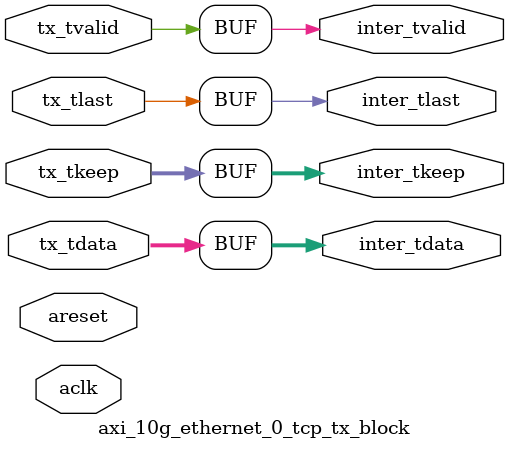
<source format=v>
`timescale 1ns / 1ps


module axi_10g_ethernet_0_tcp_tx_block(
      input                 aclk                           ,
      input                 areset                         ,

      input       [63:0]    tx_tdata                       ,
      input       [7:0]     tx_tkeep                       ,
      input                 tx_tvalid                      ,
      input                 tx_tlast                       ,

      output      [63:0]    inter_tdata                    ,
      output      [7:0]     inter_tkeep                    ,
      output                inter_tvalid                   ,
      output                inter_tlast                    
    );

    assign inter_tdata = tx_tdata;
    assign inter_tkeep = tx_tkeep;
    assign inter_tvalid = tx_tvalid;
    assign inter_tlast = tx_tlast;

endmodule

</source>
